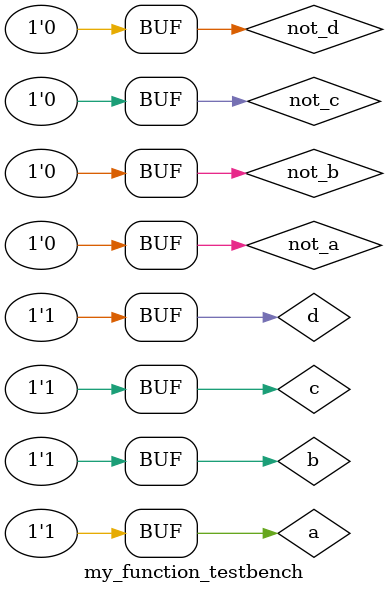
<source format=v>
module my_function_testbench();
	wire out;
	reg a,b,c,d,not_a,not_b,not_c,not_d;

	my_function my_f(out,a,b,c,d,not_a,not_b,not_c,not_d);
	
	initial begin
		$dumpfile("my_functiond.vcd");
		$dumpvars(0,my_function_testbench);

		a=0;b=0;c=0;d=0;not_a=1;not_b=1;not_c=1;not_d=1;
		#20;
	
		a=0;b=0;c=0;d=1;not_a=1;not_b=1;not_c=1;not_d=0;
		#20;

		a=0;b=0;c=1;d=0;not_a=1;not_b=1;not_c=0;not_d=1;
		#20;
	
		a=0;b=0;c=1;d=1;not_a=1;not_b=1;not_c=0;not_d=0;
		#20;


		a=0;b=1;c=0;d=0;not_a=1;not_b=0;not_c=1;not_d=1;
		#20;
	
		a=0;b=1;c=0;d=1;not_a=1;not_b=0;not_c=1;not_d=0;
		#20;

		a=0;b=1;c=1;d=0;not_a=1;not_b=0;not_c=0;not_d=1;
		#20;
	
		a=0;b=1;c=1;d=1;not_a=1;not_b=0;not_c=0;not_d=0;
		#20;
		
	

		a=1;b=0;c=0;d=0;not_a=0;not_b=1;not_c=1;not_d=1;
		#20;
	
		a=1;b=0;c=0;d=1;not_a=0;not_b=1;not_c=1;not_d=0;
		#20;

		a=1;b=0;c=1;d=0;not_a=0;not_b=1;not_c=0;not_d=1;
		#20;
	
		a=1;b=0;c=1;d=1;not_a=0;not_b=1;not_c=0;not_d=0;
		#20;


		a=1;b=1;c=0;d=0;not_a=0;not_b=0;not_c=1;not_d=1;
		#20;
	
		a=1;b=1;c=0;d=1;not_a=0;not_b=0;not_c=1;not_d=0;
		#20;

		a=1;b=1;c=1;d=0;not_a=0;not_b=0;not_c=0;not_d=1;
		#20;
	
		a=1;b=1;c=1;d=1;not_a=0;not_b=0;not_c=0;not_d=0;
		#20;
		
		

		


	
		
	end	
endmodule

</source>
